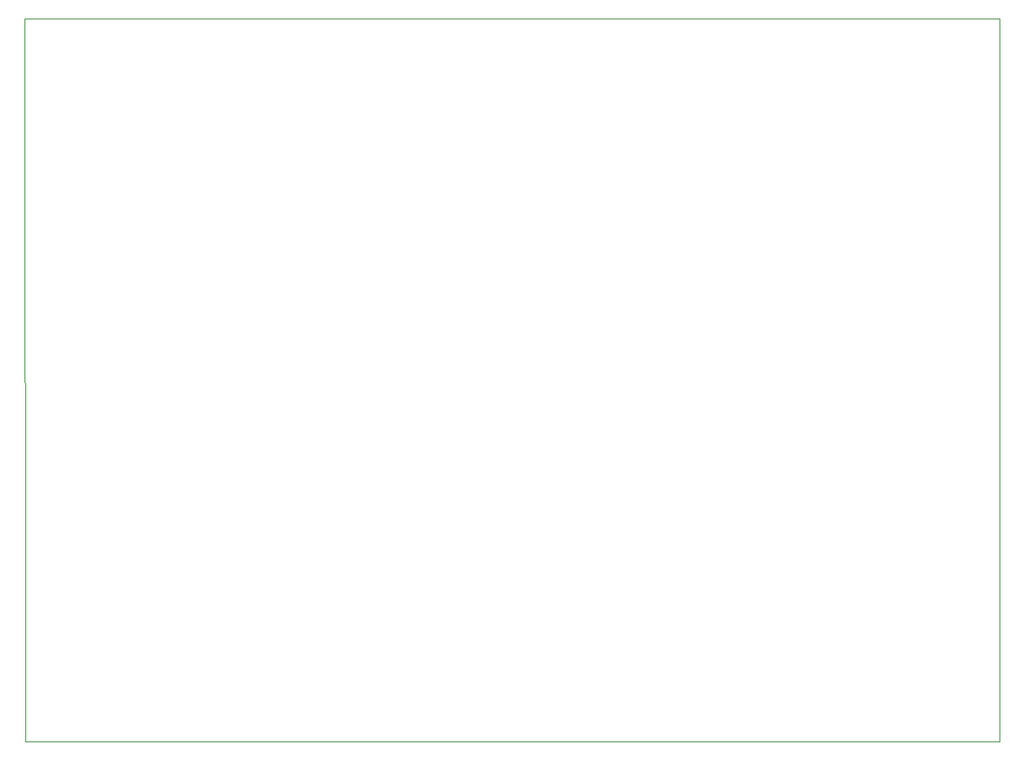
<source format=gm1>
G04 #@! TF.GenerationSoftware,KiCad,Pcbnew,9.0.6*
G04 #@! TF.CreationDate,2025-12-03T00:01:17+09:00*
G04 #@! TF.ProjectId,12f683MPPT,31326636-3833-44d5-9050-542e6b696361,rev?*
G04 #@! TF.SameCoordinates,Original*
G04 #@! TF.FileFunction,Profile,NP*
%FSLAX46Y46*%
G04 Gerber Fmt 4.6, Leading zero omitted, Abs format (unit mm)*
G04 Created by KiCad (PCBNEW 9.0.6) date 2025-12-03 00:01:17*
%MOMM*%
%LPD*%
G01*
G04 APERTURE LIST*
G04 #@! TA.AperFunction,Profile*
%ADD10C,0.050000*%
G04 #@! TD*
G04 APERTURE END LIST*
D10*
X134000000Y-26500000D02*
X36210000Y-26510000D01*
X36240000Y-99110000D02*
X134000000Y-99100000D01*
X36210000Y-26510000D02*
X36240000Y-99110000D01*
X134000000Y-99100000D02*
X134000000Y-26500000D01*
M02*

</source>
